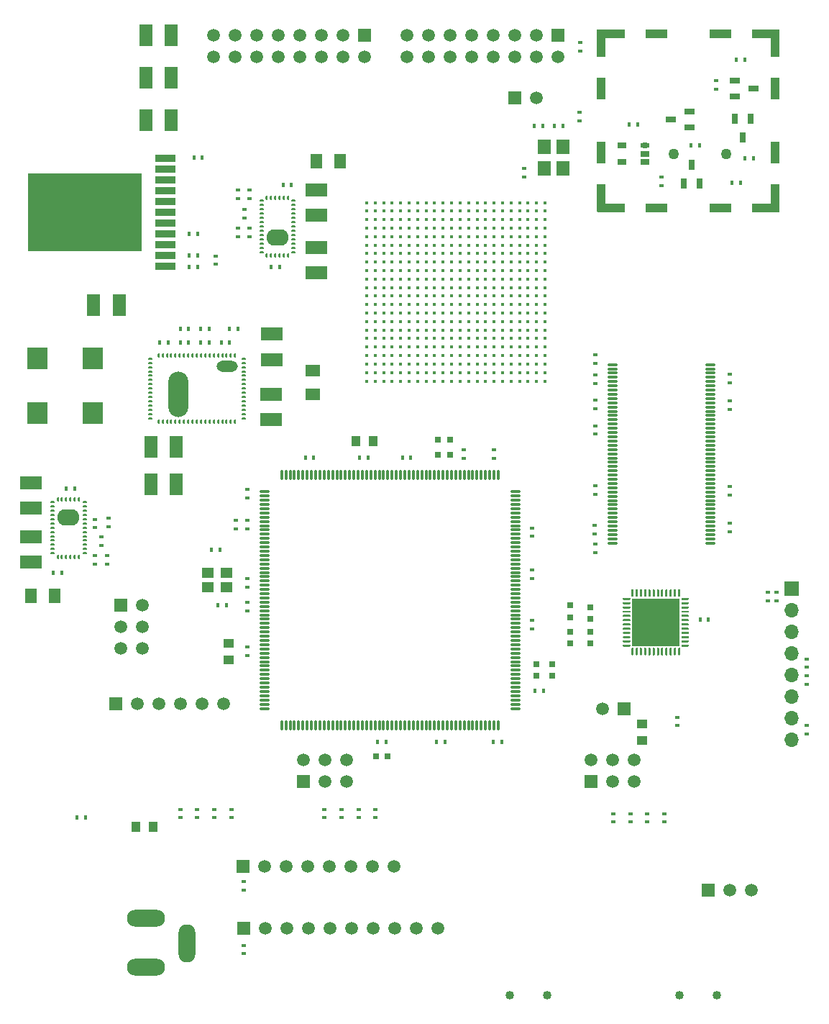
<source format=gbr>
G04 #@! TF.GenerationSoftware,KiCad,Pcbnew,(5.1.6)-1*
G04 #@! TF.CreationDate,2020-09-23T13:58:02+03:00*
G04 #@! TF.ProjectId,Cryptech Alpha,43727970-7465-4636-9820-416c7068612e,rev?*
G04 #@! TF.SameCoordinates,Original*
G04 #@! TF.FileFunction,Soldermask,Bot*
G04 #@! TF.FilePolarity,Negative*
%FSLAX46Y46*%
G04 Gerber Fmt 4.6, Leading zero omitted, Abs format (unit mm)*
G04 Created by KiCad (PCBNEW (5.1.6)-1) date 2020-09-23 13:58:02*
%MOMM*%
%LPD*%
G01*
G04 APERTURE LIST*
%ADD10R,0.600000X0.450000*%
%ADD11C,1.500000*%
%ADD12R,1.500000X1.500000*%
%ADD13O,1.700000X1.700000*%
%ADD14R,1.700000X1.700000*%
%ADD15R,0.450000X0.600000*%
%ADD16R,0.800000X0.800000*%
%ADD17R,5.600000X5.600000*%
%ADD18O,0.300000X1.200000*%
%ADD19O,1.200000X0.300000*%
%ADD20C,1.270000*%
%ADD21R,1.100000X0.650000*%
%ADD22O,1.100000X0.650000*%
%ADD23R,1.498600X1.701800*%
%ADD24O,0.254000X0.609600*%
%ADD25O,0.609600X0.254000*%
%ADD26O,2.600000X1.940000*%
%ADD27R,1.016000X3.302000*%
%ADD28R,3.302000X1.016000*%
%ADD29R,2.616200X1.016000*%
%ADD30R,1.016000X2.616200*%
%ADD31R,2.413000X0.863600*%
%ADD32R,13.385800X9.144000*%
%ADD33C,0.450000*%
%ADD34O,2.000000X4.500000*%
%ADD35O,4.500000X2.000000*%
%ADD36C,1.016000*%
%ADD37O,2.350000X5.350000*%
%ADD38O,2.500000X1.300000*%
%ADD39R,1.400000X1.800000*%
%ADD40R,1.800000X1.400000*%
%ADD41R,2.400000X2.600000*%
%ADD42R,1.397000X1.193800*%
%ADD43R,1.200000X0.800000*%
%ADD44R,0.800000X1.200000*%
%ADD45R,1.600000X2.600000*%
%ADD46R,2.600000X1.600000*%
%ADD47R,1.200000X1.000000*%
%ADD48R,1.000000X1.200000*%
G04 APERTURE END LIST*
D10*
X97800000Y23700000D03*
X97800000Y22700000D03*
X97800000Y24700000D03*
X97800000Y25700000D03*
X97800000Y16900000D03*
X97800000Y17900000D03*
D11*
X73730000Y19800000D03*
D12*
X76270000Y19800000D03*
D10*
X93200000Y33500000D03*
X93200000Y32500000D03*
X94200000Y32500000D03*
X94200000Y33500000D03*
D13*
X96000000Y16220000D03*
X96000000Y18760000D03*
X96000000Y21300000D03*
X96000000Y23840000D03*
X96000000Y26380000D03*
X96000000Y28920000D03*
X96000000Y31460000D03*
D14*
X96000000Y34000000D03*
D15*
X85200000Y30300000D03*
X86200000Y30300000D03*
D16*
X72300000Y27500000D03*
X72300000Y28900000D03*
X72300000Y30400000D03*
X72300000Y31800000D03*
X69900000Y27500000D03*
X69900000Y28900000D03*
X69900000Y30600000D03*
X69900000Y32000000D03*
D17*
X80000000Y30000000D03*
G36*
G01*
X77125000Y26187500D02*
X77125000Y26937500D01*
G75*
G02*
X77187500Y27000000I62500J0D01*
G01*
X77312500Y27000000D01*
G75*
G02*
X77375000Y26937500I0J-62500D01*
G01*
X77375000Y26187500D01*
G75*
G02*
X77312500Y26125000I-62500J0D01*
G01*
X77187500Y26125000D01*
G75*
G02*
X77125000Y26187500I0J62500D01*
G01*
G37*
G36*
G01*
X77625000Y26187500D02*
X77625000Y26937500D01*
G75*
G02*
X77687500Y27000000I62500J0D01*
G01*
X77812500Y27000000D01*
G75*
G02*
X77875000Y26937500I0J-62500D01*
G01*
X77875000Y26187500D01*
G75*
G02*
X77812500Y26125000I-62500J0D01*
G01*
X77687500Y26125000D01*
G75*
G02*
X77625000Y26187500I0J62500D01*
G01*
G37*
G36*
G01*
X78125000Y26187500D02*
X78125000Y26937500D01*
G75*
G02*
X78187500Y27000000I62500J0D01*
G01*
X78312500Y27000000D01*
G75*
G02*
X78375000Y26937500I0J-62500D01*
G01*
X78375000Y26187500D01*
G75*
G02*
X78312500Y26125000I-62500J0D01*
G01*
X78187500Y26125000D01*
G75*
G02*
X78125000Y26187500I0J62500D01*
G01*
G37*
G36*
G01*
X78625000Y26187500D02*
X78625000Y26937500D01*
G75*
G02*
X78687500Y27000000I62500J0D01*
G01*
X78812500Y27000000D01*
G75*
G02*
X78875000Y26937500I0J-62500D01*
G01*
X78875000Y26187500D01*
G75*
G02*
X78812500Y26125000I-62500J0D01*
G01*
X78687500Y26125000D01*
G75*
G02*
X78625000Y26187500I0J62500D01*
G01*
G37*
G36*
G01*
X79125000Y26187500D02*
X79125000Y26937500D01*
G75*
G02*
X79187500Y27000000I62500J0D01*
G01*
X79312500Y27000000D01*
G75*
G02*
X79375000Y26937500I0J-62500D01*
G01*
X79375000Y26187500D01*
G75*
G02*
X79312500Y26125000I-62500J0D01*
G01*
X79187500Y26125000D01*
G75*
G02*
X79125000Y26187500I0J62500D01*
G01*
G37*
G36*
G01*
X79625000Y26187500D02*
X79625000Y26937500D01*
G75*
G02*
X79687500Y27000000I62500J0D01*
G01*
X79812500Y27000000D01*
G75*
G02*
X79875000Y26937500I0J-62500D01*
G01*
X79875000Y26187500D01*
G75*
G02*
X79812500Y26125000I-62500J0D01*
G01*
X79687500Y26125000D01*
G75*
G02*
X79625000Y26187500I0J62500D01*
G01*
G37*
G36*
G01*
X80125000Y26187500D02*
X80125000Y26937500D01*
G75*
G02*
X80187500Y27000000I62500J0D01*
G01*
X80312500Y27000000D01*
G75*
G02*
X80375000Y26937500I0J-62500D01*
G01*
X80375000Y26187500D01*
G75*
G02*
X80312500Y26125000I-62500J0D01*
G01*
X80187500Y26125000D01*
G75*
G02*
X80125000Y26187500I0J62500D01*
G01*
G37*
G36*
G01*
X80625000Y26187500D02*
X80625000Y26937500D01*
G75*
G02*
X80687500Y27000000I62500J0D01*
G01*
X80812500Y27000000D01*
G75*
G02*
X80875000Y26937500I0J-62500D01*
G01*
X80875000Y26187500D01*
G75*
G02*
X80812500Y26125000I-62500J0D01*
G01*
X80687500Y26125000D01*
G75*
G02*
X80625000Y26187500I0J62500D01*
G01*
G37*
G36*
G01*
X81125000Y26187500D02*
X81125000Y26937500D01*
G75*
G02*
X81187500Y27000000I62500J0D01*
G01*
X81312500Y27000000D01*
G75*
G02*
X81375000Y26937500I0J-62500D01*
G01*
X81375000Y26187500D01*
G75*
G02*
X81312500Y26125000I-62500J0D01*
G01*
X81187500Y26125000D01*
G75*
G02*
X81125000Y26187500I0J62500D01*
G01*
G37*
G36*
G01*
X81625000Y26187500D02*
X81625000Y26937500D01*
G75*
G02*
X81687500Y27000000I62500J0D01*
G01*
X81812500Y27000000D01*
G75*
G02*
X81875000Y26937500I0J-62500D01*
G01*
X81875000Y26187500D01*
G75*
G02*
X81812500Y26125000I-62500J0D01*
G01*
X81687500Y26125000D01*
G75*
G02*
X81625000Y26187500I0J62500D01*
G01*
G37*
G36*
G01*
X82125000Y26187500D02*
X82125000Y26937500D01*
G75*
G02*
X82187500Y27000000I62500J0D01*
G01*
X82312500Y27000000D01*
G75*
G02*
X82375000Y26937500I0J-62500D01*
G01*
X82375000Y26187500D01*
G75*
G02*
X82312500Y26125000I-62500J0D01*
G01*
X82187500Y26125000D01*
G75*
G02*
X82125000Y26187500I0J62500D01*
G01*
G37*
G36*
G01*
X82625000Y26187500D02*
X82625000Y26937500D01*
G75*
G02*
X82687500Y27000000I62500J0D01*
G01*
X82812500Y27000000D01*
G75*
G02*
X82875000Y26937500I0J-62500D01*
G01*
X82875000Y26187500D01*
G75*
G02*
X82812500Y26125000I-62500J0D01*
G01*
X82687500Y26125000D01*
G75*
G02*
X82625000Y26187500I0J62500D01*
G01*
G37*
G36*
G01*
X83000000Y27187500D02*
X83000000Y27312500D01*
G75*
G02*
X83062500Y27375000I62500J0D01*
G01*
X83812500Y27375000D01*
G75*
G02*
X83875000Y27312500I0J-62500D01*
G01*
X83875000Y27187500D01*
G75*
G02*
X83812500Y27125000I-62500J0D01*
G01*
X83062500Y27125000D01*
G75*
G02*
X83000000Y27187500I0J62500D01*
G01*
G37*
G36*
G01*
X83000000Y27687500D02*
X83000000Y27812500D01*
G75*
G02*
X83062500Y27875000I62500J0D01*
G01*
X83812500Y27875000D01*
G75*
G02*
X83875000Y27812500I0J-62500D01*
G01*
X83875000Y27687500D01*
G75*
G02*
X83812500Y27625000I-62500J0D01*
G01*
X83062500Y27625000D01*
G75*
G02*
X83000000Y27687500I0J62500D01*
G01*
G37*
G36*
G01*
X83000000Y28187500D02*
X83000000Y28312500D01*
G75*
G02*
X83062500Y28375000I62500J0D01*
G01*
X83812500Y28375000D01*
G75*
G02*
X83875000Y28312500I0J-62500D01*
G01*
X83875000Y28187500D01*
G75*
G02*
X83812500Y28125000I-62500J0D01*
G01*
X83062500Y28125000D01*
G75*
G02*
X83000000Y28187500I0J62500D01*
G01*
G37*
G36*
G01*
X83000000Y28687500D02*
X83000000Y28812500D01*
G75*
G02*
X83062500Y28875000I62500J0D01*
G01*
X83812500Y28875000D01*
G75*
G02*
X83875000Y28812500I0J-62500D01*
G01*
X83875000Y28687500D01*
G75*
G02*
X83812500Y28625000I-62500J0D01*
G01*
X83062500Y28625000D01*
G75*
G02*
X83000000Y28687500I0J62500D01*
G01*
G37*
G36*
G01*
X83000000Y29187500D02*
X83000000Y29312500D01*
G75*
G02*
X83062500Y29375000I62500J0D01*
G01*
X83812500Y29375000D01*
G75*
G02*
X83875000Y29312500I0J-62500D01*
G01*
X83875000Y29187500D01*
G75*
G02*
X83812500Y29125000I-62500J0D01*
G01*
X83062500Y29125000D01*
G75*
G02*
X83000000Y29187500I0J62500D01*
G01*
G37*
G36*
G01*
X83000000Y29687500D02*
X83000000Y29812500D01*
G75*
G02*
X83062500Y29875000I62500J0D01*
G01*
X83812500Y29875000D01*
G75*
G02*
X83875000Y29812500I0J-62500D01*
G01*
X83875000Y29687500D01*
G75*
G02*
X83812500Y29625000I-62500J0D01*
G01*
X83062500Y29625000D01*
G75*
G02*
X83000000Y29687500I0J62500D01*
G01*
G37*
G36*
G01*
X83000000Y30187500D02*
X83000000Y30312500D01*
G75*
G02*
X83062500Y30375000I62500J0D01*
G01*
X83812500Y30375000D01*
G75*
G02*
X83875000Y30312500I0J-62500D01*
G01*
X83875000Y30187500D01*
G75*
G02*
X83812500Y30125000I-62500J0D01*
G01*
X83062500Y30125000D01*
G75*
G02*
X83000000Y30187500I0J62500D01*
G01*
G37*
G36*
G01*
X83000000Y30687500D02*
X83000000Y30812500D01*
G75*
G02*
X83062500Y30875000I62500J0D01*
G01*
X83812500Y30875000D01*
G75*
G02*
X83875000Y30812500I0J-62500D01*
G01*
X83875000Y30687500D01*
G75*
G02*
X83812500Y30625000I-62500J0D01*
G01*
X83062500Y30625000D01*
G75*
G02*
X83000000Y30687500I0J62500D01*
G01*
G37*
G36*
G01*
X83000000Y31187500D02*
X83000000Y31312500D01*
G75*
G02*
X83062500Y31375000I62500J0D01*
G01*
X83812500Y31375000D01*
G75*
G02*
X83875000Y31312500I0J-62500D01*
G01*
X83875000Y31187500D01*
G75*
G02*
X83812500Y31125000I-62500J0D01*
G01*
X83062500Y31125000D01*
G75*
G02*
X83000000Y31187500I0J62500D01*
G01*
G37*
G36*
G01*
X83000000Y31687500D02*
X83000000Y31812500D01*
G75*
G02*
X83062500Y31875000I62500J0D01*
G01*
X83812500Y31875000D01*
G75*
G02*
X83875000Y31812500I0J-62500D01*
G01*
X83875000Y31687500D01*
G75*
G02*
X83812500Y31625000I-62500J0D01*
G01*
X83062500Y31625000D01*
G75*
G02*
X83000000Y31687500I0J62500D01*
G01*
G37*
G36*
G01*
X83000000Y32187500D02*
X83000000Y32312500D01*
G75*
G02*
X83062500Y32375000I62500J0D01*
G01*
X83812500Y32375000D01*
G75*
G02*
X83875000Y32312500I0J-62500D01*
G01*
X83875000Y32187500D01*
G75*
G02*
X83812500Y32125000I-62500J0D01*
G01*
X83062500Y32125000D01*
G75*
G02*
X83000000Y32187500I0J62500D01*
G01*
G37*
G36*
G01*
X83000000Y32687500D02*
X83000000Y32812500D01*
G75*
G02*
X83062500Y32875000I62500J0D01*
G01*
X83812500Y32875000D01*
G75*
G02*
X83875000Y32812500I0J-62500D01*
G01*
X83875000Y32687500D01*
G75*
G02*
X83812500Y32625000I-62500J0D01*
G01*
X83062500Y32625000D01*
G75*
G02*
X83000000Y32687500I0J62500D01*
G01*
G37*
G36*
G01*
X82625000Y33062500D02*
X82625000Y33812500D01*
G75*
G02*
X82687500Y33875000I62500J0D01*
G01*
X82812500Y33875000D01*
G75*
G02*
X82875000Y33812500I0J-62500D01*
G01*
X82875000Y33062500D01*
G75*
G02*
X82812500Y33000000I-62500J0D01*
G01*
X82687500Y33000000D01*
G75*
G02*
X82625000Y33062500I0J62500D01*
G01*
G37*
G36*
G01*
X82125000Y33062500D02*
X82125000Y33812500D01*
G75*
G02*
X82187500Y33875000I62500J0D01*
G01*
X82312500Y33875000D01*
G75*
G02*
X82375000Y33812500I0J-62500D01*
G01*
X82375000Y33062500D01*
G75*
G02*
X82312500Y33000000I-62500J0D01*
G01*
X82187500Y33000000D01*
G75*
G02*
X82125000Y33062500I0J62500D01*
G01*
G37*
G36*
G01*
X81625000Y33062500D02*
X81625000Y33812500D01*
G75*
G02*
X81687500Y33875000I62500J0D01*
G01*
X81812500Y33875000D01*
G75*
G02*
X81875000Y33812500I0J-62500D01*
G01*
X81875000Y33062500D01*
G75*
G02*
X81812500Y33000000I-62500J0D01*
G01*
X81687500Y33000000D01*
G75*
G02*
X81625000Y33062500I0J62500D01*
G01*
G37*
G36*
G01*
X81125000Y33062500D02*
X81125000Y33812500D01*
G75*
G02*
X81187500Y33875000I62500J0D01*
G01*
X81312500Y33875000D01*
G75*
G02*
X81375000Y33812500I0J-62500D01*
G01*
X81375000Y33062500D01*
G75*
G02*
X81312500Y33000000I-62500J0D01*
G01*
X81187500Y33000000D01*
G75*
G02*
X81125000Y33062500I0J62500D01*
G01*
G37*
G36*
G01*
X80625000Y33062500D02*
X80625000Y33812500D01*
G75*
G02*
X80687500Y33875000I62500J0D01*
G01*
X80812500Y33875000D01*
G75*
G02*
X80875000Y33812500I0J-62500D01*
G01*
X80875000Y33062500D01*
G75*
G02*
X80812500Y33000000I-62500J0D01*
G01*
X80687500Y33000000D01*
G75*
G02*
X80625000Y33062500I0J62500D01*
G01*
G37*
G36*
G01*
X80125000Y33062500D02*
X80125000Y33812500D01*
G75*
G02*
X80187500Y33875000I62500J0D01*
G01*
X80312500Y33875000D01*
G75*
G02*
X80375000Y33812500I0J-62500D01*
G01*
X80375000Y33062500D01*
G75*
G02*
X80312500Y33000000I-62500J0D01*
G01*
X80187500Y33000000D01*
G75*
G02*
X80125000Y33062500I0J62500D01*
G01*
G37*
G36*
G01*
X79625000Y33062500D02*
X79625000Y33812500D01*
G75*
G02*
X79687500Y33875000I62500J0D01*
G01*
X79812500Y33875000D01*
G75*
G02*
X79875000Y33812500I0J-62500D01*
G01*
X79875000Y33062500D01*
G75*
G02*
X79812500Y33000000I-62500J0D01*
G01*
X79687500Y33000000D01*
G75*
G02*
X79625000Y33062500I0J62500D01*
G01*
G37*
G36*
G01*
X79125000Y33062500D02*
X79125000Y33812500D01*
G75*
G02*
X79187500Y33875000I62500J0D01*
G01*
X79312500Y33875000D01*
G75*
G02*
X79375000Y33812500I0J-62500D01*
G01*
X79375000Y33062500D01*
G75*
G02*
X79312500Y33000000I-62500J0D01*
G01*
X79187500Y33000000D01*
G75*
G02*
X79125000Y33062500I0J62500D01*
G01*
G37*
G36*
G01*
X78625000Y33062500D02*
X78625000Y33812500D01*
G75*
G02*
X78687500Y33875000I62500J0D01*
G01*
X78812500Y33875000D01*
G75*
G02*
X78875000Y33812500I0J-62500D01*
G01*
X78875000Y33062500D01*
G75*
G02*
X78812500Y33000000I-62500J0D01*
G01*
X78687500Y33000000D01*
G75*
G02*
X78625000Y33062500I0J62500D01*
G01*
G37*
G36*
G01*
X78125000Y33062500D02*
X78125000Y33812500D01*
G75*
G02*
X78187500Y33875000I62500J0D01*
G01*
X78312500Y33875000D01*
G75*
G02*
X78375000Y33812500I0J-62500D01*
G01*
X78375000Y33062500D01*
G75*
G02*
X78312500Y33000000I-62500J0D01*
G01*
X78187500Y33000000D01*
G75*
G02*
X78125000Y33062500I0J62500D01*
G01*
G37*
G36*
G01*
X77625000Y33062500D02*
X77625000Y33812500D01*
G75*
G02*
X77687500Y33875000I62500J0D01*
G01*
X77812500Y33875000D01*
G75*
G02*
X77875000Y33812500I0J-62500D01*
G01*
X77875000Y33062500D01*
G75*
G02*
X77812500Y33000000I-62500J0D01*
G01*
X77687500Y33000000D01*
G75*
G02*
X77625000Y33062500I0J62500D01*
G01*
G37*
G36*
G01*
X77125000Y33062500D02*
X77125000Y33812500D01*
G75*
G02*
X77187500Y33875000I62500J0D01*
G01*
X77312500Y33875000D01*
G75*
G02*
X77375000Y33812500I0J-62500D01*
G01*
X77375000Y33062500D01*
G75*
G02*
X77312500Y33000000I-62500J0D01*
G01*
X77187500Y33000000D01*
G75*
G02*
X77125000Y33062500I0J62500D01*
G01*
G37*
G36*
G01*
X76125000Y32687500D02*
X76125000Y32812500D01*
G75*
G02*
X76187500Y32875000I62500J0D01*
G01*
X76937500Y32875000D01*
G75*
G02*
X77000000Y32812500I0J-62500D01*
G01*
X77000000Y32687500D01*
G75*
G02*
X76937500Y32625000I-62500J0D01*
G01*
X76187500Y32625000D01*
G75*
G02*
X76125000Y32687500I0J62500D01*
G01*
G37*
G36*
G01*
X76125000Y32187500D02*
X76125000Y32312500D01*
G75*
G02*
X76187500Y32375000I62500J0D01*
G01*
X76937500Y32375000D01*
G75*
G02*
X77000000Y32312500I0J-62500D01*
G01*
X77000000Y32187500D01*
G75*
G02*
X76937500Y32125000I-62500J0D01*
G01*
X76187500Y32125000D01*
G75*
G02*
X76125000Y32187500I0J62500D01*
G01*
G37*
G36*
G01*
X76125000Y31687500D02*
X76125000Y31812500D01*
G75*
G02*
X76187500Y31875000I62500J0D01*
G01*
X76937500Y31875000D01*
G75*
G02*
X77000000Y31812500I0J-62500D01*
G01*
X77000000Y31687500D01*
G75*
G02*
X76937500Y31625000I-62500J0D01*
G01*
X76187500Y31625000D01*
G75*
G02*
X76125000Y31687500I0J62500D01*
G01*
G37*
G36*
G01*
X76125000Y31187500D02*
X76125000Y31312500D01*
G75*
G02*
X76187500Y31375000I62500J0D01*
G01*
X76937500Y31375000D01*
G75*
G02*
X77000000Y31312500I0J-62500D01*
G01*
X77000000Y31187500D01*
G75*
G02*
X76937500Y31125000I-62500J0D01*
G01*
X76187500Y31125000D01*
G75*
G02*
X76125000Y31187500I0J62500D01*
G01*
G37*
G36*
G01*
X76125000Y30687500D02*
X76125000Y30812500D01*
G75*
G02*
X76187500Y30875000I62500J0D01*
G01*
X76937500Y30875000D01*
G75*
G02*
X77000000Y30812500I0J-62500D01*
G01*
X77000000Y30687500D01*
G75*
G02*
X76937500Y30625000I-62500J0D01*
G01*
X76187500Y30625000D01*
G75*
G02*
X76125000Y30687500I0J62500D01*
G01*
G37*
G36*
G01*
X76125000Y30187500D02*
X76125000Y30312500D01*
G75*
G02*
X76187500Y30375000I62500J0D01*
G01*
X76937500Y30375000D01*
G75*
G02*
X77000000Y30312500I0J-62500D01*
G01*
X77000000Y30187500D01*
G75*
G02*
X76937500Y30125000I-62500J0D01*
G01*
X76187500Y30125000D01*
G75*
G02*
X76125000Y30187500I0J62500D01*
G01*
G37*
G36*
G01*
X76125000Y29687500D02*
X76125000Y29812500D01*
G75*
G02*
X76187500Y29875000I62500J0D01*
G01*
X76937500Y29875000D01*
G75*
G02*
X77000000Y29812500I0J-62500D01*
G01*
X77000000Y29687500D01*
G75*
G02*
X76937500Y29625000I-62500J0D01*
G01*
X76187500Y29625000D01*
G75*
G02*
X76125000Y29687500I0J62500D01*
G01*
G37*
G36*
G01*
X76125000Y29187500D02*
X76125000Y29312500D01*
G75*
G02*
X76187500Y29375000I62500J0D01*
G01*
X76937500Y29375000D01*
G75*
G02*
X77000000Y29312500I0J-62500D01*
G01*
X77000000Y29187500D01*
G75*
G02*
X76937500Y29125000I-62500J0D01*
G01*
X76187500Y29125000D01*
G75*
G02*
X76125000Y29187500I0J62500D01*
G01*
G37*
G36*
G01*
X76125000Y28687500D02*
X76125000Y28812500D01*
G75*
G02*
X76187500Y28875000I62500J0D01*
G01*
X76937500Y28875000D01*
G75*
G02*
X77000000Y28812500I0J-62500D01*
G01*
X77000000Y28687500D01*
G75*
G02*
X76937500Y28625000I-62500J0D01*
G01*
X76187500Y28625000D01*
G75*
G02*
X76125000Y28687500I0J62500D01*
G01*
G37*
G36*
G01*
X76125000Y28187500D02*
X76125000Y28312500D01*
G75*
G02*
X76187500Y28375000I62500J0D01*
G01*
X76937500Y28375000D01*
G75*
G02*
X77000000Y28312500I0J-62500D01*
G01*
X77000000Y28187500D01*
G75*
G02*
X76937500Y28125000I-62500J0D01*
G01*
X76187500Y28125000D01*
G75*
G02*
X76125000Y28187500I0J62500D01*
G01*
G37*
G36*
G01*
X76125000Y27687500D02*
X76125000Y27812500D01*
G75*
G02*
X76187500Y27875000I62500J0D01*
G01*
X76937500Y27875000D01*
G75*
G02*
X77000000Y27812500I0J-62500D01*
G01*
X77000000Y27687500D01*
G75*
G02*
X76937500Y27625000I-62500J0D01*
G01*
X76187500Y27625000D01*
G75*
G02*
X76125000Y27687500I0J62500D01*
G01*
G37*
G36*
G01*
X76125000Y27187500D02*
X76125000Y27312500D01*
G75*
G02*
X76187500Y27375000I62500J0D01*
G01*
X76937500Y27375000D01*
G75*
G02*
X77000000Y27312500I0J-62500D01*
G01*
X77000000Y27187500D01*
G75*
G02*
X76937500Y27125000I-62500J0D01*
G01*
X76187500Y27125000D01*
G75*
G02*
X76125000Y27187500I0J62500D01*
G01*
G37*
D18*
X35941800Y17863600D03*
X36441800Y17863600D03*
X36941800Y17863600D03*
X37441800Y17863600D03*
X37941800Y17863600D03*
X38441800Y17863600D03*
X38941800Y17863600D03*
X39441800Y17863600D03*
X39941800Y17863600D03*
X40441800Y17863600D03*
X40941800Y17863600D03*
X41441800Y17863600D03*
X41941800Y17863600D03*
X42441800Y17863600D03*
X42941800Y17863600D03*
X43441800Y17863600D03*
X43941800Y17863600D03*
X44441800Y17863600D03*
X44941800Y17863600D03*
X45441800Y17863600D03*
X45941800Y17863600D03*
X46441800Y17863600D03*
X46941800Y17863600D03*
X47441800Y17863600D03*
X47941800Y17863600D03*
X48441800Y17863600D03*
X48941800Y17863600D03*
X49441800Y17863600D03*
X49941800Y17863600D03*
X50441800Y17863600D03*
X50941800Y17863600D03*
X51441800Y17863600D03*
X51941800Y17863600D03*
X52441800Y17863600D03*
X52941800Y17863600D03*
X53441800Y17863600D03*
X53941800Y17863600D03*
X54441800Y17863600D03*
X54941800Y17863600D03*
X55441800Y17863600D03*
X55941800Y17863600D03*
X56441800Y17863600D03*
X56941800Y17863600D03*
X57441800Y17863600D03*
X57941800Y17863600D03*
X58441800Y17863600D03*
X58941800Y17863600D03*
X59441800Y17863600D03*
X59941800Y17863600D03*
X60441800Y17863600D03*
X60941800Y17863600D03*
X61441800Y17863600D03*
D19*
X63441800Y19863600D03*
X63441800Y20363600D03*
X63441800Y20863600D03*
X63441800Y21363600D03*
X63441800Y21863600D03*
X63441800Y22363600D03*
X63441800Y22863600D03*
X63441800Y23363600D03*
X63441800Y23863600D03*
X63441800Y24363600D03*
X63441800Y24863600D03*
X63441800Y25363600D03*
X63441800Y25863600D03*
X63441800Y26363600D03*
X63441800Y26863600D03*
X63441800Y27363600D03*
X63441800Y27863600D03*
X63441800Y28363600D03*
X63441800Y28863600D03*
X63441800Y29363600D03*
X63441800Y29863600D03*
X63441800Y30363600D03*
X63441800Y30863600D03*
X63441800Y31363600D03*
X63441800Y31863600D03*
X63441800Y32363600D03*
X63441800Y32863600D03*
X63441800Y33363600D03*
X63441800Y33863600D03*
X63441800Y34363600D03*
X63441800Y34863600D03*
X63441800Y35363600D03*
X63441800Y35863600D03*
X63441800Y36363600D03*
X63441800Y36863600D03*
X63441800Y37363600D03*
X63441800Y37863600D03*
X63441800Y38363600D03*
X63441800Y38863600D03*
X63441800Y39363600D03*
X63441800Y39863600D03*
X63441800Y40363600D03*
X63441800Y40863600D03*
X63441800Y41363600D03*
X63441800Y41863600D03*
X63441800Y42363600D03*
X63441800Y42863600D03*
X63441800Y43363600D03*
X63441800Y43863600D03*
X63441800Y44363600D03*
X63441800Y44863600D03*
X63441800Y45363600D03*
D18*
X61441800Y47363600D03*
X60941800Y47363600D03*
X60441800Y47363600D03*
X59941800Y47363600D03*
X59441800Y47363600D03*
X58941800Y47363600D03*
X58441800Y47363600D03*
X57941800Y47363600D03*
X57441800Y47363600D03*
X56941800Y47363600D03*
X56441800Y47363600D03*
X55941800Y47363600D03*
X55441800Y47363600D03*
X54941800Y47363600D03*
X54441800Y47363600D03*
X53941800Y47363600D03*
X53441800Y47363600D03*
X52941800Y47363600D03*
X52441800Y47363600D03*
X51941800Y47363600D03*
X51441800Y47363600D03*
X50941800Y47363600D03*
X50441800Y47363600D03*
X49941800Y47363600D03*
X49441800Y47363600D03*
X48941800Y47363600D03*
X48441800Y47363600D03*
X47941800Y47363600D03*
X47441800Y47363600D03*
X46941800Y47363600D03*
X46441800Y47363600D03*
X45941800Y47363600D03*
X45441800Y47363600D03*
X44941800Y47363600D03*
X44441800Y47363600D03*
X43941800Y47363600D03*
X43441800Y47363600D03*
X42941800Y47363600D03*
X42441800Y47363600D03*
X41941800Y47363600D03*
X41441800Y47363600D03*
X40941800Y47363600D03*
X40441800Y47363600D03*
X39941800Y47363600D03*
X39441800Y47363600D03*
X38941800Y47363600D03*
X38441800Y47363600D03*
X37941800Y47363600D03*
X37441800Y47363600D03*
X36941800Y47363600D03*
X36441800Y47363600D03*
X35941800Y47363600D03*
D19*
X33941800Y45363600D03*
X33941800Y44863600D03*
X33941800Y44363600D03*
X33941800Y43863600D03*
X33941800Y43363600D03*
X33941800Y42863600D03*
X33941800Y42363600D03*
X33941800Y41863600D03*
X33941800Y41363600D03*
X33941800Y40863600D03*
X33941800Y40363600D03*
X33941800Y39863600D03*
X33941800Y39363600D03*
X33941800Y38863600D03*
X33941800Y38363600D03*
X33941800Y37863600D03*
X33941800Y37363600D03*
X33941800Y36863600D03*
X33941800Y36363600D03*
X33941800Y35863600D03*
X33941800Y35363600D03*
X33941800Y34863600D03*
X33941800Y34363600D03*
X33941800Y33863600D03*
X33941800Y33363600D03*
X33941800Y32863600D03*
X33941800Y32363600D03*
X33941800Y31863600D03*
X33941800Y31363600D03*
X33941800Y30863600D03*
X33941800Y30363600D03*
X33941800Y29863600D03*
X33941800Y29363600D03*
X33941800Y28863600D03*
X33941800Y28363600D03*
X33941800Y27863600D03*
X33941800Y27363600D03*
X33941800Y26863600D03*
X33941800Y26363600D03*
X33941800Y25863600D03*
X33941800Y25363600D03*
X33941800Y24863600D03*
X33941800Y24363600D03*
X33941800Y23863600D03*
X33941800Y23363600D03*
X33941800Y22863600D03*
X33941800Y22363600D03*
X33941800Y21863600D03*
X33941800Y21363600D03*
X33941800Y20863600D03*
X33941800Y20363600D03*
X33941800Y19863600D03*
D20*
X88315800Y85140800D03*
X82143600Y85140800D03*
D21*
X76018400Y86090800D03*
X76018400Y84190800D03*
X78718400Y84190800D03*
X78718400Y85140800D03*
D22*
X78718400Y86090800D03*
D23*
X66878200Y85961400D03*
X66878200Y83413600D03*
X69100600Y85961400D03*
X69100600Y83413600D03*
D24*
X34188400Y79955600D03*
X34696400Y79955600D03*
X35204400Y79955600D03*
X35708400Y79955600D03*
X36208400Y79955600D03*
X36708400Y79955600D03*
D25*
X37358400Y79555600D03*
X37358400Y79055600D03*
X37358400Y78555600D03*
X37358400Y78055600D03*
X37358400Y77555600D03*
X37358400Y77055600D03*
X37358400Y76555600D03*
X37358400Y76047600D03*
X37358400Y75539600D03*
X37358400Y75031600D03*
X37358400Y74549000D03*
X37358400Y74041000D03*
X37358400Y73533000D03*
D24*
X36708400Y73152000D03*
X36208400Y73152000D03*
X35708400Y73152000D03*
X35204400Y73152000D03*
X34696400Y73152000D03*
X34188400Y73152000D03*
D25*
X33553400Y73533000D03*
X33553400Y74041000D03*
X33553400Y74549000D03*
X33553400Y75031600D03*
X33553400Y75539600D03*
X33553400Y76047600D03*
X33553400Y76555600D03*
X33553400Y77055600D03*
X33553400Y77555600D03*
X33553400Y78055600D03*
X33553400Y78555600D03*
X33553400Y79055600D03*
X33553400Y79555600D03*
D26*
X35458400Y75295600D03*
D24*
X12115800Y37697200D03*
X11607800Y37697200D03*
X11099800Y37697200D03*
X10595800Y37697200D03*
X10095800Y37697200D03*
X9595800Y37697200D03*
D25*
X8945800Y38097200D03*
X8945800Y38597200D03*
X8945800Y39097200D03*
X8945800Y39597200D03*
X8945800Y40097200D03*
X8945800Y40597200D03*
X8945800Y41097200D03*
X8945800Y41605200D03*
X8945800Y42113200D03*
X8945800Y42621200D03*
X8945800Y43103800D03*
X8945800Y43611800D03*
X8945800Y44119800D03*
D24*
X9595800Y44500800D03*
X10095800Y44500800D03*
X10595800Y44500800D03*
X11099800Y44500800D03*
X11607800Y44500800D03*
X12115800Y44500800D03*
D25*
X12750800Y44119800D03*
X12750800Y43611800D03*
X12750800Y43103800D03*
X12750800Y42621200D03*
X12750800Y42113200D03*
X12750800Y41605200D03*
X12750800Y41097200D03*
X12750800Y40597200D03*
X12750800Y40097200D03*
X12750800Y39597200D03*
X12750800Y39097200D03*
X12750800Y38597200D03*
X12750800Y38097200D03*
D26*
X10845800Y42357200D03*
D11*
X29133790Y20421600D03*
X26593790Y20421600D03*
X24053790Y20421600D03*
X21513790Y20421600D03*
X18973790Y20421600D03*
D12*
X16433790Y20421600D03*
D11*
X36580000Y-6000000D03*
X54360000Y-6000000D03*
X51820000Y-6000000D03*
X49280000Y-6000000D03*
X46740000Y-6000000D03*
X44200000Y-6000000D03*
X41660000Y-6000000D03*
X39120000Y-6000000D03*
X34040000Y-6000000D03*
D12*
X31500000Y-6000000D03*
D27*
X94081600Y98134000D03*
X73570000Y98134000D03*
X73570000Y79915400D03*
X94081600Y79915400D03*
D28*
X92938600Y99277000D03*
X74720000Y99277000D03*
X74720000Y78765400D03*
X92938600Y78765400D03*
D29*
X87579200Y99277000D03*
X87579200Y78765400D03*
X80070000Y78765400D03*
X80070000Y99277000D03*
D30*
X94081600Y92774600D03*
X94081600Y85265400D03*
X73570000Y85265400D03*
X73570000Y92774600D03*
D19*
X74920400Y39326400D03*
X74920400Y39826400D03*
X74920400Y40326400D03*
X74920400Y40826400D03*
X74920400Y41326400D03*
X74920400Y41826400D03*
X74920400Y42326400D03*
X74920400Y42826400D03*
X74920400Y43326400D03*
X74920400Y43826400D03*
X74920400Y44326400D03*
X74920400Y44826400D03*
X74920400Y45326400D03*
X74920400Y45826400D03*
X74920400Y46326400D03*
X74920400Y46826400D03*
X74920400Y47326400D03*
X74920400Y47826400D03*
X74920400Y48326400D03*
X74920400Y48826400D03*
X74920400Y49326400D03*
X74920400Y49826400D03*
X74920400Y50326400D03*
X74920400Y50826400D03*
X74920400Y51326400D03*
X74920400Y51826400D03*
X74920400Y52326400D03*
X74920400Y52826400D03*
X74920400Y53326400D03*
X74920400Y53826400D03*
X74920400Y54326400D03*
X74920400Y54826400D03*
X74920400Y55326400D03*
X74920400Y55826400D03*
X74920400Y56326400D03*
X74920400Y56826400D03*
X74920400Y57326400D03*
X74920400Y57826400D03*
X74920400Y58326400D03*
X74920400Y58826400D03*
X74920400Y59326400D03*
X74920400Y59826400D03*
X74920400Y60326400D03*
X86420400Y39326400D03*
X86420400Y39826400D03*
X86420400Y40326400D03*
X86420400Y40826400D03*
X86420400Y41326400D03*
X86420400Y41826400D03*
X86420400Y42326400D03*
X86420400Y42826400D03*
X86420400Y43326400D03*
X86420400Y43826400D03*
X86420400Y44326400D03*
X86420400Y44826400D03*
X86420400Y45326400D03*
X86420400Y45826400D03*
X86420400Y46326400D03*
X86420400Y46826400D03*
X86420400Y47326400D03*
X86420400Y47826400D03*
X86420400Y48326400D03*
X86420400Y48826400D03*
X86420400Y49326400D03*
X86420400Y49826400D03*
X86420400Y50326400D03*
X86420400Y50826400D03*
X86420400Y51326400D03*
X86420400Y51826400D03*
X86420400Y52326400D03*
X86420400Y52826400D03*
X86420400Y53326400D03*
X86420400Y53826400D03*
X86420400Y54326400D03*
X86420400Y54826400D03*
X86420400Y55326400D03*
X86420400Y55826400D03*
X86420400Y56326400D03*
X86420400Y56826400D03*
X86420400Y57326400D03*
X86420400Y57826400D03*
X86420400Y58326400D03*
X86420400Y58826400D03*
X86420400Y59326400D03*
X86420400Y59826400D03*
X86420400Y60326400D03*
D31*
X22275800Y84632800D03*
X22275800Y83362800D03*
X22275800Y82092800D03*
X22275800Y80822800D03*
X22275800Y79552800D03*
X22275800Y78282800D03*
X22275800Y77012800D03*
D32*
X12750800Y78282800D03*
D31*
X22275800Y75742800D03*
X22275800Y74472800D03*
X22275800Y73202800D03*
X22275800Y71932800D03*
D33*
X45953400Y58384800D03*
X46953400Y58384800D03*
X47953400Y58384800D03*
X48953400Y58384800D03*
X49953400Y58384800D03*
X50953400Y58384800D03*
X51953400Y58384800D03*
X52953400Y58384800D03*
X53953400Y58384800D03*
X54953400Y58384800D03*
X55953400Y58384800D03*
X56953400Y58384800D03*
X57953400Y58384800D03*
X58953400Y58384800D03*
X59953400Y58384800D03*
X60953400Y58384800D03*
X61953400Y58384800D03*
X62953400Y58384800D03*
X63953400Y58384800D03*
X64953400Y58384800D03*
X65953400Y58384800D03*
X66953400Y58384800D03*
X45953400Y59384800D03*
X46953400Y59384800D03*
X47953400Y59384800D03*
X48953400Y59384800D03*
X49953400Y59384800D03*
X50953400Y59384800D03*
X51953400Y59384800D03*
X52953400Y59384800D03*
X53953400Y59384800D03*
X54953400Y59384800D03*
X55953400Y59384800D03*
X56953400Y59384800D03*
X57953400Y59384800D03*
X58953400Y59384800D03*
X59953400Y59384800D03*
X60953400Y59384800D03*
X61953400Y59384800D03*
X62953400Y59384800D03*
X63953400Y59384800D03*
X64953400Y59384800D03*
X65953400Y59384800D03*
X66953400Y59384800D03*
X45953400Y60384800D03*
X46953400Y60384800D03*
X47953400Y60384800D03*
X48953400Y60384800D03*
X49953400Y60384800D03*
X50953400Y60384800D03*
X51953400Y60384800D03*
X52953400Y60384800D03*
X53953400Y60384800D03*
X54953400Y60384800D03*
X55953400Y60384800D03*
X56953400Y60384800D03*
X57953400Y60384800D03*
X58953400Y60384800D03*
X59953400Y60384800D03*
X60953400Y60384800D03*
X61953400Y60384800D03*
X62953400Y60384800D03*
X63953400Y60384800D03*
X64953400Y60384800D03*
X65953400Y60384800D03*
X66953400Y60384800D03*
X45953400Y61384800D03*
X46953400Y61384800D03*
X47953400Y61384800D03*
X48953400Y61384800D03*
X49953400Y61384800D03*
X50953400Y61384800D03*
X51953400Y61384800D03*
X52953400Y61384800D03*
X53953400Y61384800D03*
X54953400Y61384800D03*
X55953400Y61384800D03*
X56953400Y61384800D03*
X57953400Y61384800D03*
X58953400Y61384800D03*
X59953400Y61384800D03*
X60953400Y61384800D03*
X61953400Y61384800D03*
X62953400Y61384800D03*
X63953400Y61384800D03*
X64953400Y61384800D03*
X65953400Y61384800D03*
X66953400Y61384800D03*
X45953400Y62384800D03*
X46953400Y62384800D03*
X47953400Y62384800D03*
X48953400Y62384800D03*
X49953400Y62384800D03*
X50953400Y62384800D03*
X51953400Y62384800D03*
X52953400Y62384800D03*
X53953400Y62384800D03*
X54953400Y62384800D03*
X55953400Y62384800D03*
X56953400Y62384800D03*
X57953400Y62384800D03*
X58953400Y62384800D03*
X59953400Y62384800D03*
X60953400Y62384800D03*
X61953400Y62384800D03*
X62953400Y62384800D03*
X63953400Y62384800D03*
X64953400Y62384800D03*
X65953400Y62384800D03*
X66953400Y62384800D03*
X45953400Y63384800D03*
X46953400Y63384800D03*
X47953400Y63384800D03*
X48953400Y63384800D03*
X49953400Y63384800D03*
X50953400Y63384800D03*
X51953400Y63384800D03*
X52953400Y63384800D03*
X53953400Y63384800D03*
X54953400Y63384800D03*
X55953400Y63384800D03*
X56953400Y63384800D03*
X57953400Y63384800D03*
X58953400Y63384800D03*
X59953400Y63384800D03*
X60953400Y63384800D03*
X61953400Y63384800D03*
X62953400Y63384800D03*
X63953400Y63384800D03*
X64953400Y63384800D03*
X65953400Y63384800D03*
X66953400Y63384800D03*
X45953400Y64384800D03*
X46953400Y64384800D03*
X47953400Y64384800D03*
X48953400Y64384800D03*
X49953400Y64384800D03*
X50953400Y64384800D03*
X51953400Y64384800D03*
X52953400Y64384800D03*
X53953400Y64384800D03*
X54953400Y64384800D03*
X55953400Y64384800D03*
X56953400Y64384800D03*
X57953400Y64384800D03*
X58953400Y64384800D03*
X59953400Y64384800D03*
X60953400Y64384800D03*
X61953400Y64384800D03*
X62953400Y64384800D03*
X63953400Y64384800D03*
X64953400Y64384800D03*
X65953400Y64384800D03*
X66953400Y64384800D03*
X45953400Y65384800D03*
X46953400Y65384800D03*
X47953400Y65384800D03*
X48953400Y65384800D03*
X49953400Y65384800D03*
X50953400Y65384800D03*
X51953400Y65384800D03*
X52953400Y65384800D03*
X53953400Y65384800D03*
X54953400Y65384800D03*
X55953400Y65384800D03*
X56953400Y65384800D03*
X57953400Y65384800D03*
X58953400Y65384800D03*
X59953400Y65384800D03*
X60953400Y65384800D03*
X61953400Y65384800D03*
X62953400Y65384800D03*
X63953400Y65384800D03*
X64953400Y65384800D03*
X65953400Y65384800D03*
X66953400Y65384800D03*
X45953400Y66384800D03*
X46953400Y66384800D03*
X47953400Y66384800D03*
X48953400Y66384800D03*
X49953400Y66384800D03*
X50953400Y66384800D03*
X51953400Y66384800D03*
X52953400Y66384800D03*
X53953400Y66384800D03*
X54953400Y66384800D03*
X55953400Y66384800D03*
X56953400Y66384800D03*
X57953400Y66384800D03*
X58953400Y66384800D03*
X59953400Y66384800D03*
X60953400Y66384800D03*
X61953400Y66384800D03*
X62953400Y66384800D03*
X63953400Y66384800D03*
X64953400Y66384800D03*
X65953400Y66384800D03*
X66953400Y66384800D03*
X45953400Y67384800D03*
X46953400Y67384800D03*
X47953400Y67384800D03*
X48953400Y67384800D03*
X49953400Y67384800D03*
X50953400Y67384800D03*
X51953400Y67384800D03*
X52953400Y67384800D03*
X53953400Y67384800D03*
X54953400Y67384800D03*
X55953400Y67384800D03*
X56953400Y67384800D03*
X57953400Y67384800D03*
X58953400Y67384800D03*
X59953400Y67384800D03*
X60953400Y67384800D03*
X61953400Y67384800D03*
X62953400Y67384800D03*
X63953400Y67384800D03*
X64953400Y67384800D03*
X65953400Y67384800D03*
X66953400Y67384800D03*
X45953400Y68384800D03*
X46953400Y68384800D03*
X47953400Y68384800D03*
X48953400Y68384800D03*
X49953400Y68384800D03*
X50953400Y68384800D03*
X51953400Y68384800D03*
X52953400Y68384800D03*
X53953400Y68384800D03*
X54953400Y68384800D03*
X55953400Y68384800D03*
X56953400Y68384800D03*
X57953400Y68384800D03*
X58953400Y68384800D03*
X59953400Y68384800D03*
X60953400Y68384800D03*
X61953400Y68384800D03*
X62953400Y68384800D03*
X63953400Y68384800D03*
X64953400Y68384800D03*
X65953400Y68384800D03*
X66953400Y68384800D03*
X45953400Y69384800D03*
X46953400Y69384800D03*
X47953400Y69384800D03*
X48953400Y69384800D03*
X49953400Y69384800D03*
X50953400Y69384800D03*
X51953400Y69384800D03*
X52953400Y69384800D03*
X53953400Y69384800D03*
X54953400Y69384800D03*
X55953400Y69384800D03*
X56953400Y69384800D03*
X57953400Y69384800D03*
X58953400Y69384800D03*
X59953400Y69384800D03*
X60953400Y69384800D03*
X61953400Y69384800D03*
X62953400Y69384800D03*
X63953400Y69384800D03*
X64953400Y69384800D03*
X65953400Y69384800D03*
X66953400Y69384800D03*
X45953400Y70384800D03*
X46953400Y70384800D03*
X47953400Y70384800D03*
X48953400Y70384800D03*
X49953400Y70384800D03*
X50953400Y70384800D03*
X51953400Y70384800D03*
X52953400Y70384800D03*
X53953400Y70384800D03*
X54953400Y70384800D03*
X55953400Y70384800D03*
X56953400Y70384800D03*
X57953400Y70384800D03*
X58953400Y70384800D03*
X59953400Y70384800D03*
X60953400Y70384800D03*
X61953400Y70384800D03*
X62953400Y70384800D03*
X63953400Y70384800D03*
X64953400Y70384800D03*
X65953400Y70384800D03*
X66953400Y70384800D03*
X45953400Y71384800D03*
X46953400Y71384800D03*
X47953400Y71384800D03*
X48953400Y71384800D03*
X49953400Y71384800D03*
X50953400Y71384800D03*
X51953400Y71384800D03*
X52953400Y71384800D03*
X53953400Y71384800D03*
X54953400Y71384800D03*
X55953400Y71384800D03*
X56953400Y71384800D03*
X57953400Y71384800D03*
X58953400Y71384800D03*
X59953400Y71384800D03*
X60953400Y71384800D03*
X61953400Y71384800D03*
X62953400Y71384800D03*
X63953400Y71384800D03*
X64953400Y71384800D03*
X65953400Y71384800D03*
X66953400Y71384800D03*
X45953400Y72384800D03*
X46953400Y72384800D03*
X47953400Y72384800D03*
X48953400Y72384800D03*
X49953400Y72384800D03*
X50953400Y72384800D03*
X51953400Y72384800D03*
X52953400Y72384800D03*
X53953400Y72384800D03*
X54953400Y72384800D03*
X55953400Y72384800D03*
X56953400Y72384800D03*
X57953400Y72384800D03*
X58953400Y72384800D03*
X59953400Y72384800D03*
X60953400Y72384800D03*
X61953400Y72384800D03*
X62953400Y72384800D03*
X63953400Y72384800D03*
X64953400Y72384800D03*
X65953400Y72384800D03*
X66953400Y72384800D03*
X45953400Y73384800D03*
X46953400Y73384800D03*
X47953400Y73384800D03*
X48953400Y73384800D03*
X49953400Y73384800D03*
X50953400Y73384800D03*
X51953400Y73384800D03*
X52953400Y73384800D03*
X53953400Y73384800D03*
X54953400Y73384800D03*
X55953400Y73384800D03*
X56953400Y73384800D03*
X57953400Y73384800D03*
X58953400Y73384800D03*
X59953400Y73384800D03*
X60953400Y73384800D03*
X61953400Y73384800D03*
X62953400Y73384800D03*
X63953400Y73384800D03*
X64953400Y73384800D03*
X65953400Y73384800D03*
X66953400Y73384800D03*
X45953400Y74384800D03*
X46953400Y74384800D03*
X47953400Y74384800D03*
X48953400Y74384800D03*
X49953400Y74384800D03*
X50953400Y74384800D03*
X51953400Y74384800D03*
X52953400Y74384800D03*
X53953400Y74384800D03*
X54953400Y74384800D03*
X55953400Y74384800D03*
X56953400Y74384800D03*
X57953400Y74384800D03*
X58953400Y74384800D03*
X59953400Y74384800D03*
X60953400Y74384800D03*
X61953400Y74384800D03*
X62953400Y74384800D03*
X63953400Y74384800D03*
X64953400Y74384800D03*
X65953400Y74384800D03*
X66953400Y74384800D03*
X45953400Y75384800D03*
X46953400Y75384800D03*
X47953400Y75384800D03*
X48953400Y75384800D03*
X49953400Y75384800D03*
X50953400Y75384800D03*
X51953400Y75384800D03*
X52953400Y75384800D03*
X53953400Y75384800D03*
X54953400Y75384800D03*
X55953400Y75384800D03*
X56953400Y75384800D03*
X57953400Y75384800D03*
X58953400Y75384800D03*
X59953400Y75384800D03*
X60953400Y75384800D03*
X61953400Y75384800D03*
X62953400Y75384800D03*
X63953400Y75384800D03*
X64953400Y75384800D03*
X65953400Y75384800D03*
X66953400Y75384800D03*
X45953400Y76384800D03*
X46953400Y76384800D03*
X47953400Y76384800D03*
X48953400Y76384800D03*
X49953400Y76384800D03*
X50953400Y76384800D03*
X51953400Y76384800D03*
X52953400Y76384800D03*
X53953400Y76384800D03*
X54953400Y76384800D03*
X55953400Y76384800D03*
X56953400Y76384800D03*
X57953400Y76384800D03*
X58953400Y76384800D03*
X59953400Y76384800D03*
X60953400Y76384800D03*
X61953400Y76384800D03*
X62953400Y76384800D03*
X63953400Y76384800D03*
X64953400Y76384800D03*
X65953400Y76384800D03*
X66953400Y76384800D03*
X45953400Y77384800D03*
X46953400Y77384800D03*
X47953400Y77384800D03*
X48953400Y77384800D03*
X49953400Y77384800D03*
X50953400Y77384800D03*
X51953400Y77384800D03*
X52953400Y77384800D03*
X53953400Y77384800D03*
X54953400Y77384800D03*
X55953400Y77384800D03*
X56953400Y77384800D03*
X57953400Y77384800D03*
X58953400Y77384800D03*
X59953400Y77384800D03*
X60953400Y77384800D03*
X61953400Y77384800D03*
X62953400Y77384800D03*
X63953400Y77384800D03*
X64953400Y77384800D03*
X65953400Y77384800D03*
X66953400Y77384800D03*
X45953400Y78384800D03*
X46953400Y78384800D03*
X47953400Y78384800D03*
X48953400Y78384800D03*
X49953400Y78384800D03*
X50953400Y78384800D03*
X51953400Y78384800D03*
X52953400Y78384800D03*
X53953400Y78384800D03*
X54953400Y78384800D03*
X55953400Y78384800D03*
X56953400Y78384800D03*
X57953400Y78384800D03*
X58953400Y78384800D03*
X59953400Y78384800D03*
X60953400Y78384800D03*
X61953400Y78384800D03*
X62953400Y78384800D03*
X63953400Y78384800D03*
X64953400Y78384800D03*
X65953400Y78384800D03*
X66953400Y78384800D03*
X45953400Y79384800D03*
X46953400Y79384800D03*
X47953400Y79384800D03*
X48953400Y79384800D03*
X49953400Y79384800D03*
X50953400Y79384800D03*
X51953400Y79384800D03*
X52953400Y79384800D03*
X53953400Y79384800D03*
X54953400Y79384800D03*
X55953400Y79384800D03*
X56953400Y79384800D03*
X57953400Y79384800D03*
X58953400Y79384800D03*
X59953400Y79384800D03*
X60953400Y79384800D03*
X61953400Y79384800D03*
X62953400Y79384800D03*
X63953400Y79384800D03*
X64953400Y79384800D03*
X65953400Y79384800D03*
X66953400Y79384800D03*
D34*
X24800000Y-7800000D03*
D35*
X20000000Y-10600000D03*
X20000000Y-4800000D03*
D36*
X62800000Y-13884000D03*
X67209800Y-13884000D03*
X82800000Y-13884000D03*
X87209800Y-13884000D03*
D11*
X91219330Y-1500000D03*
X88679330Y-1500000D03*
D12*
X86139330Y-1500000D03*
D11*
X65916800Y91744800D03*
D12*
X63376800Y91744800D03*
X68472990Y99034600D03*
D11*
X68472990Y96494600D03*
X65932990Y99034600D03*
X65932990Y96494600D03*
X63392990Y99034600D03*
X63392990Y96494600D03*
X60852990Y99034600D03*
X60852990Y96494600D03*
X58312990Y99034600D03*
X58312990Y96494600D03*
X55772990Y99034600D03*
X55772990Y96494600D03*
X53232990Y99034600D03*
X53232990Y96494600D03*
X50692990Y99034600D03*
X50692990Y96494600D03*
D12*
X45689190Y99034600D03*
D11*
X45689190Y96494600D03*
X43149190Y99034600D03*
X43149190Y96494600D03*
X40609190Y99034600D03*
X40609190Y96494600D03*
X38069190Y99034600D03*
X38069190Y96494600D03*
X35529190Y99034600D03*
X35529190Y96494600D03*
X32989190Y99034600D03*
X32989190Y96494600D03*
X30449190Y99034600D03*
X30449190Y96494600D03*
X27909190Y99034600D03*
X27909190Y96494600D03*
D12*
X38506390Y11252200D03*
D11*
X38506390Y13792200D03*
X41046390Y11252200D03*
X41046390Y13792200D03*
X43586390Y11252200D03*
X43586390Y13792200D03*
D12*
X72364590Y11252200D03*
D11*
X72364590Y13792200D03*
X74904590Y11252200D03*
X74904590Y13792200D03*
X77444590Y11252200D03*
X77444590Y13792200D03*
D12*
X16980000Y32015000D03*
D11*
X19520000Y32015000D03*
X16980000Y29475000D03*
X19520000Y29475000D03*
X16980000Y26935000D03*
X19520000Y26935000D03*
X49190000Y1300000D03*
D12*
X31410000Y1300000D03*
D11*
X33950000Y1300000D03*
X36490000Y1300000D03*
X39030000Y1300000D03*
X41570000Y1300000D03*
X44110000Y1300000D03*
X46650000Y1300000D03*
D25*
X31484200Y60985400D03*
X31484200Y60502800D03*
X31484200Y59994800D03*
X31484200Y59486800D03*
X31484200Y59004200D03*
X31484200Y58496200D03*
X31484200Y57988200D03*
X31484200Y57480200D03*
X31484200Y56980200D03*
X31484200Y56480200D03*
X31484200Y55980200D03*
X31484200Y55480200D03*
X31484200Y54980200D03*
X31484200Y54480200D03*
X31484200Y53980200D03*
D24*
X30484200Y53580200D03*
X29984200Y53580200D03*
X29484200Y53580200D03*
X28984200Y53580200D03*
X28484200Y53580200D03*
X27984200Y53580200D03*
X27484200Y53580200D03*
X26984200Y53580200D03*
X26484200Y53580200D03*
X25984200Y53580200D03*
X25476200Y53580200D03*
X24968200Y53580200D03*
X24460200Y53580200D03*
X23977600Y53580200D03*
X23469600Y53580200D03*
X22961600Y53580200D03*
X22479000Y53580200D03*
X21971000Y53580200D03*
X21463000Y53580200D03*
D25*
X20472400Y53980200D03*
X20472400Y54480200D03*
X20472400Y54980200D03*
X20472400Y55480200D03*
X20472400Y55980200D03*
X20472400Y56480200D03*
X20472400Y56980200D03*
X20472400Y57480200D03*
X20472400Y57988200D03*
X20472400Y58496200D03*
X20472400Y59004200D03*
X20472400Y59486800D03*
X20472400Y59994800D03*
X20472400Y60502800D03*
X20472400Y60985400D03*
D24*
X21463000Y61391800D03*
X21971000Y61391800D03*
X22479000Y61391800D03*
X22961600Y61391800D03*
X23469600Y61391800D03*
X23977600Y61391800D03*
X24460200Y61391800D03*
X24968200Y61391800D03*
X25476200Y61391800D03*
X25984200Y61391800D03*
X26484200Y61391800D03*
X26984200Y61391800D03*
X27484200Y61391800D03*
X27984200Y61391800D03*
X28484200Y61391800D03*
X28984200Y61391800D03*
X29484200Y61391800D03*
X29984200Y61391800D03*
X30484200Y61391800D03*
D37*
X23809200Y56855200D03*
D38*
X29534200Y60130200D03*
D39*
X42852800Y84277200D03*
X40052800Y84277200D03*
X9197800Y33147000D03*
X6397800Y33147000D03*
D40*
X39624000Y59616800D03*
X39624000Y56816800D03*
D41*
X7214800Y54584600D03*
X13714800Y54584600D03*
X7214800Y61061600D03*
X13714800Y61061600D03*
D16*
X48426600Y14249400D03*
X47026600Y14249400D03*
X54367200Y51511200D03*
X55767200Y51511200D03*
X54367200Y49682400D03*
X55767200Y49682400D03*
X65963800Y25084000D03*
X65963800Y23684000D03*
X67792600Y25084000D03*
X67792600Y23684000D03*
D42*
X29417600Y35838600D03*
X27207800Y35838600D03*
X27207800Y34136800D03*
X29417600Y34136800D03*
D43*
X83954800Y90129400D03*
X83954800Y88229400D03*
X81754800Y89179400D03*
X89273200Y91836200D03*
X89273200Y93736200D03*
X91473200Y92786200D03*
D44*
X89270800Y89263400D03*
X91170800Y89263400D03*
X90220800Y87063400D03*
X85151000Y81653200D03*
X83251000Y81653200D03*
X84201000Y83853200D03*
D45*
X22963000Y99085400D03*
X19963000Y99085400D03*
X22963000Y94068900D03*
X19963000Y94068900D03*
X22963000Y89052400D03*
X19963000Y89052400D03*
X13790800Y67335400D03*
X16790800Y67335400D03*
D46*
X40055800Y74118600D03*
X40055800Y71118600D03*
X6400800Y43432600D03*
X6400800Y46432600D03*
X40055800Y77900400D03*
X40055800Y80900400D03*
X6400800Y40082600D03*
X6400800Y37082600D03*
D45*
X23547200Y50647600D03*
X20547200Y50647600D03*
X23547200Y46278800D03*
X20547200Y46278800D03*
D46*
X34696400Y53846600D03*
X34696400Y56846600D03*
X34747200Y63907800D03*
X34747200Y60907800D03*
D15*
X25600000Y84700000D03*
X26600000Y84700000D03*
X25050000Y75725000D03*
X26050000Y75725000D03*
X25077800Y71831200D03*
X26077800Y71831200D03*
X90492200Y96215200D03*
X89492200Y96215200D03*
X89984200Y81686400D03*
X88984200Y81686400D03*
X77843000Y88544400D03*
X76843000Y88544400D03*
X28425000Y32050000D03*
X29425000Y32050000D03*
X28675000Y38550000D03*
X27675000Y38550000D03*
X51147600Y49352200D03*
X50147600Y49352200D03*
D10*
X65430400Y36161600D03*
X65430400Y35161600D03*
X57353200Y49284000D03*
X57353200Y50284000D03*
D15*
X60841000Y15951200D03*
X61841000Y15951200D03*
D10*
X31927800Y27119200D03*
X31927800Y26119200D03*
X30530800Y40978200D03*
X30530800Y41978200D03*
X60934600Y49284000D03*
X60934600Y50284000D03*
X65430400Y29243400D03*
X65430400Y30243400D03*
D15*
X47226600Y15951200D03*
X48226600Y15951200D03*
X54186200Y15951200D03*
X55186200Y15951200D03*
D10*
X31927800Y45635800D03*
X31927800Y44635800D03*
X31927800Y40978200D03*
X31927800Y41978200D03*
D15*
X65794000Y21971000D03*
X66794000Y21971000D03*
X38717600Y49352200D03*
X39717600Y49352200D03*
X46143800Y49352200D03*
X45143800Y49352200D03*
D10*
X65430400Y40114600D03*
X65430400Y41114600D03*
X31927800Y32377000D03*
X31927800Y31377000D03*
X72822200Y40392400D03*
X72822200Y41392400D03*
X72847200Y39182600D03*
X72847200Y38182600D03*
X72847200Y60456800D03*
X72847200Y61456800D03*
X88722200Y58166000D03*
X88722200Y59166000D03*
X72847200Y53128800D03*
X72847200Y52128800D03*
X88722200Y41648000D03*
X88722200Y40648000D03*
X72847200Y59097800D03*
X72847200Y58097800D03*
X88722200Y55045800D03*
X88722200Y56045800D03*
X72847200Y46042200D03*
X72847200Y45042200D03*
X88722200Y44987400D03*
X88722200Y45987400D03*
X72847200Y56151400D03*
X72847200Y55151400D03*
D15*
X12872020Y7066020D03*
X11872020Y7066020D03*
D10*
X82508380Y18834860D03*
X82508380Y17834860D03*
X31500000Y-8000000D03*
X31500000Y-9000000D03*
X31484200Y-500000D03*
X31484200Y-1500000D03*
D15*
X66700400Y88442800D03*
X65700400Y88442800D03*
D10*
X32181800Y75344400D03*
X32181800Y76344400D03*
X13950000Y42125000D03*
X13950000Y41125000D03*
X32181800Y80891000D03*
X32181800Y79891000D03*
X13975000Y36850000D03*
X13975000Y37850000D03*
X71075000Y97200000D03*
X71075000Y98200000D03*
D15*
X24985600Y62890400D03*
X23985600Y62890400D03*
X27424000Y62890400D03*
X26424000Y62890400D03*
D47*
X29718000Y27568400D03*
X29718000Y25568400D03*
D48*
X46694600Y51333400D03*
X44694600Y51333400D03*
X18775860Y5961430D03*
X20775860Y5961430D03*
D47*
X78403810Y16070950D03*
X78403810Y18070950D03*
D10*
X64490600Y82431000D03*
X64490600Y83431000D03*
X71000000Y89000000D03*
X71000000Y90000000D03*
D15*
X26077800Y73177400D03*
X25077800Y73177400D03*
D10*
X28194000Y72118600D03*
X28194000Y73118600D03*
X87096600Y92743400D03*
X87096600Y93743400D03*
D15*
X91482800Y84632800D03*
X90482800Y84632800D03*
X85158200Y86106000D03*
X84158200Y86106000D03*
D10*
X80695800Y82389600D03*
X80695800Y81389600D03*
X31927800Y35171000D03*
X31927800Y34171000D03*
X45000000Y7000000D03*
X45000000Y8000000D03*
X28000000Y7000000D03*
X28000000Y8000000D03*
D15*
X69080000Y88442800D03*
X68080000Y88442800D03*
X34729800Y71805800D03*
X35729800Y71805800D03*
D10*
X30810200Y76344400D03*
X30810200Y75344400D03*
D15*
X11591800Y45720000D03*
X10591800Y45720000D03*
D10*
X15519400Y41232200D03*
X15519400Y42232200D03*
X30810200Y79891000D03*
X30810200Y80891000D03*
X31546800Y77605000D03*
X31546800Y78605000D03*
X15367000Y37838000D03*
X15367000Y36838000D03*
X14732000Y40047800D03*
X14732000Y39047800D03*
D15*
X36100000Y81475000D03*
X37100000Y81475000D03*
X10025000Y35864800D03*
X9025000Y35864800D03*
D10*
X81000000Y6500000D03*
X81000000Y7500000D03*
D15*
X21572600Y62890400D03*
X22572600Y62890400D03*
X28811600Y62890400D03*
X29811600Y62890400D03*
X26424000Y64566800D03*
X27424000Y64566800D03*
X23985600Y64566800D03*
X24985600Y64566800D03*
X30802200Y64566800D03*
X29802200Y64566800D03*
D10*
X47000000Y7000000D03*
X47000000Y8000000D03*
X41000000Y7000000D03*
X41000000Y8000000D03*
X43000000Y7000000D03*
X43000000Y8000000D03*
X30000000Y7000000D03*
X30000000Y8000000D03*
X24000000Y7000000D03*
X24000000Y8000000D03*
X26000000Y7000000D03*
X26000000Y8000000D03*
X79000000Y6500000D03*
X79000000Y7500000D03*
X77000000Y6500000D03*
X77000000Y7500000D03*
X75000000Y6500000D03*
X75000000Y7500000D03*
M02*

</source>
